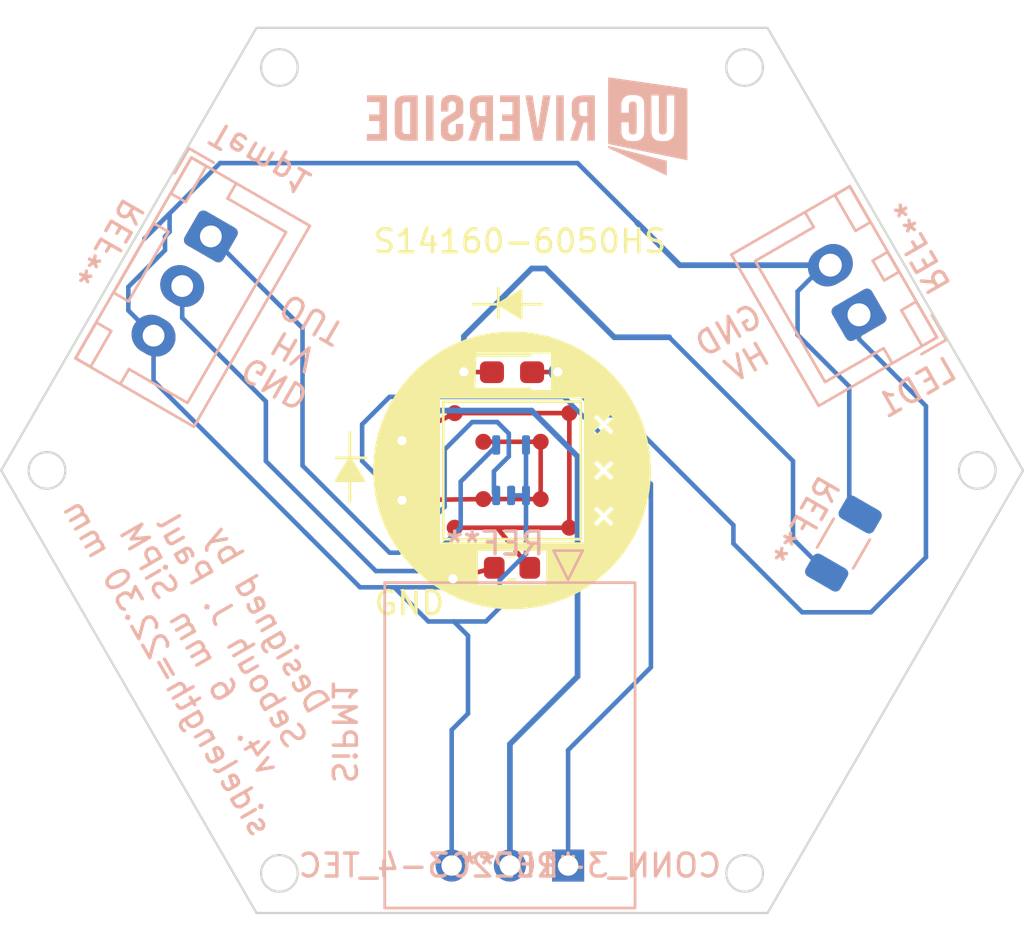
<source format=kicad_pcb>
(kicad_pcb (version 20240108) (generator "pcbnew") (generator_version "8.0")
  (layers (0 "F.Cu" signal) (31 "B.Cu" signal) (34 "B.Paste" user) (35 "F.Paste" user) (36 "B.SilkS" user "B.Silkscreen") (37 "F.SilkS" user "F.Silkscreen") (38 "B.Mask" user) (39 "F.Mask" user) (44 "Edge.Cuts" user))
  (net 0 "")
  (footprint "SiPM:S14160-6050HS_dimple_silkscreen_with_LED_and_capacitor" (layer "F.Cu") (at 103.74 58.01)
    (property "Reference" "REF**" (hide yes))
    (property "Value" "S14160-6050HS" (hide yes))
    (fp_line (start -4.8 -1.3) (end -2.5 -2.5) (stroke (width 0.2)) (layer "F.Cu"))
    (fp_line (start -2.5 -2.5) (end 2.5 -2.5) (stroke (width 0.2)) (layer "F.Cu"))
    (fp_line (start -2.5 2.5) (end 2.5 2.5) (stroke (width 0.2)) (layer "F.Cu"))
    (fp_line (start -2.1 -4.3) (end -0.875 -4.285) (stroke (width 0.2)) (layer "F.Cu"))
    (fp_line (start -1.25 -1.25) (end 1.25 -1.25) (stroke (width 0.2)) (layer "F.Cu"))
    (fp_line (start -1.25 1.25) (end -4.8 1.3) (stroke (width 0.2)) (layer "F.Cu"))
    (fp_line (start -0.775 4.25) (end -2.575 4.725) (stroke (width 0.2)) (layer "F.Cu"))
    (fp_line (start -0.65 2.5) (end 0.775 4.25) (stroke (width 0.2)) (layer "F.Cu"))
    (fp_line (start 0.875 -4.285) (end 2 -4.3) (stroke (width 0.2)) (layer "F.Cu"))
    (fp_line (start 1.25 -1.25) (end 1.25 1.25) (stroke (width 0.2)) (layer "F.Cu"))
    (fp_line (start 1.25 1.25) (end -1.25 1.25) (stroke (width 0.2)) (layer "F.Cu"))
    (fp_line (start 2.5 -2.5) (end 2.5 2.5) (stroke (width 0.2)) (layer "F.Cu"))
    (fp_line (start 2.5 2.5) (end 2.5 -2.5) (stroke (width 0.2)) (layer "F.Cu"))
    (fp_text user "GND" (at -6.1 6.375 0) (layer "F.SilkS") (effects (justify left bottom)))
    (pad "1" smd circle (at -2.5 2.5) (size 0.7 0.7) (layers "F.Cu" "F.Paste" "F.Mask"))
    (pad "1" smd circle (at -1.25 1.25) (size 0.7 0.7) (layers "F.Cu" "F.Paste" "F.Mask"))
    (pad "1" smd roundrect (at -0.875 -4.285) (size 1.05 0.95) (layers "F.Cu" "F.Paste" "F.Mask"))
    (pad "1" smd roundrect (at -0.775 4.25) (size 0.9 0.95) (layers "F.Cu" "F.Paste" "F.Mask"))
    (pad "2" smd roundrect (at 0.775 4.25) (size 0.9 0.95) (layers "F.Cu" "F.Paste" "F.Mask"))
    (pad "2" smd roundrect (at 0.875 -4.285) (size 1.05 0.95) (layers "F.Cu" "F.Paste" "F.Mask"))
    (pad "2" smd circle (at 1.25 1.25) (size 0.7 0.7) (layers "F.Cu" "F.Paste" "F.Mask"))
    (pad "2" smd circle (at 2.5 2.5) (size 0.7 0.7) (layers "F.Cu" "F.Paste" "F.Mask"))
    (pad "3" smd circle (at -2.5 -2.5) (size 0.7 0.7) (layers "F.Cu" "F.Paste" "F.Mask"))
    (pad "3" smd circle (at -1.25 -1.25) (size 0.7 0.7) (layers "F.Cu" "F.Paste" "F.Mask"))
    (pad "4" smd circle (at 1.25 -1.25) (size 0.7 0.7) (layers "F.Cu" "F.Paste" "F.Mask"))
    (pad "4" smd circle (at 2.5 -2.5) (size 0.7 0.7) (layers "F.Cu" "F.Paste" "F.Mask"))
    (pad "5" thru_hole circle (at -2.1 -4.3) (size 0.8 0.8) (drill 0.4) (layers "*.Cu"))
    (pad "6" thru_hole circle (at 2 -4.3) (size 0.8 0.8) (drill 0.4) (layers "*.Cu"))
    (pad "7" thru_hole circle (at -4.8 -1.3) (size 0.8 0.8) (drill 0.4) (layers "*.Cu"))
    (pad "8" thru_hole circle (at -4.8 1.3) (size 0.8 0.8) (drill 0.4) (layers "*.Cu"))
    (pad "9" thru_hole circle (at -2.575 4.725) (size 0.8 0.8) (drill 0.4) (layers "*.Cu"))
  )
  (footprint "Sensor:LM94021QBIMG-NOPB" (layer "B.Cu") (at 103.7 58 180)
    (property "Reference" "REF**" (at 0.7 -3.2 0) (layer "B.SilkS") (effects (justify mirror)))
    (property "Value" "LM94021QBIMG-NOPB")
    (pad "1" smd roundrect (at -0.65 -1.1 180) (size 0.35 0.85) (layers "B.Cu" "B.Paste" "B.Mask"))
    (pad "2" smd roundrect (at 0 -1.1 180) (size 0.35 0.85) (layers "B.Cu" "B.Paste" "B.Mask"))
    (pad "3" smd roundrect (at 0.65 -1.1 180) (size 0.35 0.85) (layers "B.Cu" "B.Paste" "B.Mask"))
    (pad "4" smd roundrect (at 0.65 1.1 180) (size 0.35 0.85) (layers "B.Cu" "B.Paste" "B.Mask"))
    (pad "5" smd roundrect (at -0.65 1.1 180) (size 0.35 0.85) (layers "B.Cu" "B.Paste" "B.Mask"))
  )
  (footprint "Connector_JST:JST_XH_B3B-XH-A_1x03_P2.50mm_Vertical" (layer "B.Cu") (at 90.6 47.8 -120)
    (property "Reference" "REF**" (at 2.5 3.55 60) (layer "B.SilkS") (effects (justify mirror)))
    (property "Value" "JST_XH_B3B-XH-A_1x03_P2.50mm_Vertical")
    (pad "1" thru_hole roundrect (at 0 0 240) (size 1.7 1.95) (drill 0.95) (layers "*.Cu" "*.Mask") (roundrect_rratio 0.1470588235))
    (pad "2" thru_hole oval (at 2.5 0 240) (size 1.7 1.95) (drill 0.95) (layers "*.Cu" "*.Mask"))
    (pad "3" thru_hole oval (at 5 0 240) (size 1.7 1.95) (drill 0.95) (layers "*.Cu" "*.Mask"))
  )
  (footprint "AMPMODU:3-102203-4" (layer "B.Cu") (at 106.1875 75.2501 180)
    (property "Reference" "REF**" (at 2.54 0 0) (layer "B.SilkS") (effects (justify mirror)))
    (property "Value" "CONN_3-102203-4_TEC" (at 2.54 0 0) (layer "B.SilkS") (effects (justify mirror)))
    (fp_text user "*" (at 0 0 0) (layer "B.SilkS") (effects (justify mirror)))
    (pad "1" thru_hole rect (at 0 0 180) (size 1.397 1.397) (drill 0.889) (layers "*.Cu" "*.Mask"))
    (pad "2" thru_hole circle (at 2.54 0 180) (size 1.397 1.397) (drill 0.889) (layers "*.Cu" "*.Mask"))
    (pad "3" thru_hole circle (at 5.08 0 180) (size 1.397 1.397) (drill 0.889) (layers "*.Cu" "*.Mask"))
  )
  (footprint "Resistor_SMD:R_1206_3216Metric" (layer "B.Cu") (at 118.2 61.2 -120)
    (property "Reference" "REF**" (at 0 1.82 60) (layer "B.SilkS") (effects (justify mirror)))
    (property "Value" "R_1206_3216Metric")
    (pad "1" smd roundrect (at -1.4625 0 240) (size 1.125 1.75) (layers "B.Cu" "B.Paste" "B.Mask") (roundrect_rratio 0.222222))
    (pad "2" smd roundrect (at 1.4625 0 240) (size 1.125 1.75) (layers "B.Cu" "B.Paste" "B.Mask") (roundrect_rratio 0.222222))
  )
  (footprint "Connector_JST:JST_XH_B2B-XH-A_1x02_P2.50mm_Vertical" (layer "B.Cu") (at 118.879664 51.220032 120)
    (property "Reference" "REF**" (at 1.25 3.55 120) (layer "B.SilkS") (effects (justify mirror)))
    (property "Value" "JST_XH_B2B-XH-A_1x02_P2.50mm_Vertical")
    (pad "1" thru_hole roundrect (at 0 0 120) (size 1.7 2) (drill 1) (layers "*.Cu" "*.Mask") (roundrect_rratio 0.1470588235))
    (pad "2" thru_hole oval (at 2.5 0 120) (size 1.7 2) (drill 1) (layers "*.Cu" "*.Mask"))
  )
  (footprint "Symbol:UCR_logo_1.4cm" (layer "B.Cu") (at 104.4 43 180)
    (property "Reference" "G***" (hide yes))
    (property "Value" "LOGO" (hide yes))
  )
  (gr_circle (center 93.59 75.59) (end 94.39 75.59) (stroke (width 0.1)) (fill none) (layer "Edge.Cuts"))
  (gr_circle (center 83.45 58.01) (end 84.25 58.01) (stroke (width 0.1)) (fill none) (layer "Edge.Cuts"))
  (gr_line (start 92.59 38.7) (end 81.45 58.01) (stroke (width 0.1)) (layer "Edge.Cuts"))
  (gr_circle (center 113.89 75.59) (end 114.69 75.59) (stroke (width 0.1)) (fill none) (layer "Edge.Cuts"))
  (gr_line (start 114.89 38.7) (end 92.59 38.7) (stroke (width 0.1)) (layer "Edge.Cuts"))
  (gr_line (start 92.59 77.32) (end 114.89 77.32) (stroke (width 0.1)) (layer "Edge.Cuts"))
  (gr_line (start 81.45 58.01) (end 92.59 77.32) (stroke (width 0.1)) (layer "Edge.Cuts"))
  (gr_line (start 126.04 58.01) (end 114.89 77.32) (stroke (width 0.1)) (layer "Edge.Cuts"))
  (gr_circle (center 124.04 58.01) (end 124.84 58.01) (stroke (width 0.1)) (fill none) (layer "Edge.Cuts"))
  (gr_circle (center 113.89 40.43) (end 114.69 40.43) (stroke (width 0.1)) (fill none) (layer "Edge.Cuts"))
  (gr_circle (center 93.59 40.43) (end 94.39 40.43) (stroke (width 0.1)) (fill none) (layer "Edge.Cuts"))
  (gr_line (start 126.04 58.01) (end 114.89 38.7) (stroke (width 0.1)) (layer "Edge.Cuts"))
  (gr_text "Designed by \nSebouh J. Paul\nv4.  6 mm SiPM\nsidelength=22.30 mm" (at 90.8 65.4 300) (layer "B.SilkS") (effects (font (size 1 1)) (justify mirror)))
  (gr_text "LED1" (at 121.4 54.4 30) (layer "B.SilkS") (effects (font (size 1 1)) (justify mirror)))
  (gr_text "GND\nHV\nOUT" (at 94.2 52.8 150) (layer "B.SilkS") (effects (font (size 1 1)) (justify mirror)))
  (gr_text "SiPM1" (at 96.4 69.4 -90) (layer "B.SilkS") (effects (font (size 1 1)) (justify mirror)))
  (gr_text "GND\nHV" (at 113.6 52.6 30) (layer "B.SilkS") (effects (font (size 1 1)) (justify mirror)))
  (gr_text "Temp1" (at 92.8 44.4 150) (layer "B.SilkS") (effects (font (size 1 1)) (justify mirror)))
  (gr_text "S14160-6050HS" (at 97.6 48.6 0) (layer "F.SilkS") (effects (font (size 1 1)) (justify left bottom)))
  (segment (start 100.79 63.11) (end 98.6 63.11) (width 0.2) (layer "B.Cu") (net 0))
  (segment (start 118.455 59.457188) (end 118.455 54.345) (width 0.2) (layer "B.Cu") (net 0))
  (segment (start 93 57.6) (end 93 55) (width 0.2) (layer "B.Cu") (net 0))
  (segment (start 104.35 61.65) (end 103.2 62.8) (width 0.2) (layer "B.Cu") (net 0))
  (segment (start 101.82 65.22) (end 101.82 68.62) (width 0.2) (layer "B.Cu") (net 0))
  (segment (start 88.1 54.1) (end 88.1 52.130127) (width 0.2) (layer "B.Cu") (net 0))
  (segment (start 94.7 60.7) (end 88.1 54.1) (width 0.2) (layer "B.Cu") (net 0))
  (segment (start 102.95 58.05) (end 103.6 57.4) (width 0.2) (layer "B.Cu") (net 0))
  (segment (start 87 51.030127) (end 87 50) (width 0.2) (layer "B.Cu") (net 0))
  (segment (start 101.1075 69.3325) (end 101.82 68.62) (width 0.2) (layer "B.Cu") (net 0))
  (segment (start 116.2 52.09) (end 116.2 50.2) (width 0.2) (layer "B.Cu") (net 0))
  (segment (start 100.25 55.4) (end 104.6 55.4) (width 0.25) (layer "B.Cu") (net 0))
  (segment (start 98.94 56.71) (end 100.25 55.4) (width 0.25) (layer "B.Cu") (net 0))
  (segment (start 100.09 64.6) (end 101.2 64.6) (width 0.2) (layer "B.Cu") (net 0))
  (segment (start 94.6 57.8) (end 94.6 51.8) (width 0.2) (layer "B.Cu") (net 0))
  (segment (start 103.6 56.4) (end 103.1 55.9) (width 0.2) (layer "B.Cu") (net 0))
  (segment (start 97.2 56) (end 97.2 57.6) (width 0.2) (layer "B.Cu") (net 0))
  (segment (start 104.35 59.1) (end 104.35 61.65) (width 0.2) (layer "B.Cu") (net 0))
  (segment (start 111.545032 49.054968) (end 111.054968 49.054968) (width 0.25) (layer "B.Cu") (net 0))
  (segment (start 90.05338 47.25338) (end 89.927611 47.25338) (width 0.2) (layer "B.Cu") (net 0))
  (segment (start 97.11 63.11) (end 94.7 60.7) (width 0.2) (layer "B.Cu") (net 0))
  (segment (start 87 50) (end 88.6 48.4) (width 0.2) (layer "B.Cu") (net 0))
  (segment (start 103.6 57.4) (end 103.6 56.4) (width 0.2) (layer "B.Cu") (net 0))
  (segment (start 102.6 64.6) (end 103.2 64) (width 0.2) (layer "B.Cu") (net 0))
  (segment (start 106 54.8) (end 98.4 54.8) (width 0.2) (layer "B.Cu") (net 0))
  (segment (start 111.545032 49.054968) (end 117.629664 49.054968) (width 0.25) (layer "B.Cu") (net 0))
  (segment (start 101.2 64.6) (end 101.82 65.22) (width 0.2) (layer "B.Cu") (net 0))
  (segment (start 89.35 51.35) (end 89.35 49.965064) (width 0.2) (layer "B.Cu") (net 0))
  (segment (start 110.6 52.2) (end 116 57.6) (width 0.2) (layer "B.Cu") (net 0))
  (segment (start 99.6 62.4) (end 97.8 62.4) (width 0.2) (layer "B.Cu") (net 0))
  (segment (start 113.4 61.2) (end 116.4 64.2) (width 0.2) (layer "B.Cu") (net 0))
  (segment (start 103.6475 69.9525) (end 103.6475 75.2501) (width 0.25) (layer "B.Cu") (net 0))
  (segment (start 94.6 51.8) (end 90.05338 47.25338) (width 0.2) (layer "B.Cu") (net 0))
  (segment (start 103.7 59.1) (end 104.35 59.1) (width 0.2) (layer "B.Cu") (net 0))
  (segment (start 101.64 52.16) (end 104.6 49.2) (width 0.25) (layer "B.Cu") (net 0))
  (segment (start 116.4 64.2) (end 119.4 64.2) (width 0.2) (layer "B.Cu") (net 0))
  (segment (start 95 61) (end 94.7 60.7) (width 0.2) (layer "B.Cu") (net 0))
  (segment (start 111.054968 49.054968) (end 109.2 47.2) (width 0.25) (layer "B.Cu") (net 0))
  (segment (start 100.8 57.1) (end 100.8 59.6) (width 0.2) (layer "B.Cu") (net 0))
  (segment (start 88.8 47.6) (end 88.8 46.8) (width 0.2) (layer "B.Cu") (net 0))
  (segment (start 106.6 57.4) (end 106.6 67) (width 0.25) (layer "B.Cu") (net 0))
  (segment (start 109.8 58.6) (end 106 54.8) (width 0.2) (layer "B.Cu") (net 0))
  (segment (start 113.4 60.4) (end 113.4 61.2) (width 0.2) (layer "B.Cu") (net 0))
  (segment (start 108.6 55.6) (end 113.4 60.4) (width 0.2) (layer "B.Cu") (net 0))
  (segment (start 91 44.6) (end 106.6 44.6) (width 0.2) (layer "B.Cu") (net 0))
  (segment (start 98.4 54.8) (end 97.2 56) (width 0.2) (layer "B.Cu") (net 0))
  (segment (start 105.74 53.71) (end 107.63 55.6) (width 0.2) (layer "B.Cu") (net 0))
  (segment (start 88.83802 49.453084) (end 89.35 49.965064) (width 0.2) (layer "B.Cu") (net 0))
  (segment (start 116 60.997812) (end 117.46875 62.466562) (width 0.2) (layer "B.Cu") (net 0))
  (segment (start 103.1 55.9) (end 102 55.9) (width 0.2) (layer "B.Cu") (net 0))
  (segment (start 97.8 62.4) (end 93 57.6) (width 0.2) (layer "B.Cu") (net 0))
  (segment (start 118.879664 52.279664) (end 118.879664 51.220032) (width 0.2) (layer "B.Cu") (net 0))
  (segment (start 117.345032 49.054968) (end 117.629664 49.054968) (width 0.2) (layer "B.Cu") (net 0))
  (segment (start 93 55) (end 89.35 51.35) (width 0.2) (layer "B.Cu") (net 0))
  (segment (start 106.1875 70.2125) (end 109.8 66.6) (width 0.2) (layer "B.Cu") (net 0))
  (segment (start 106.6 67) (end 103.6475 69.9525) (width 0.25) (layer "B.Cu") (net 0))
  (segment (start 104.35 59.1) (end 104.35 56.9) (width 0.2) (layer "B.Cu") (net 0))
  (segment (start 88.6 48.4) (end 88.6 47.8) (width 0.2) (layer "B.Cu") (net 0))
  (segment (start 103.05 56.9) (end 103.05 56.95) (width 0.2) (layer "B.Cu") (net 0))
  (segment (start 116.2 50.2) (end 117.345032 49.054968) (width 0.2) (layer "B.Cu") (net 0))
  (segment (start 101.1075 75.2501) (end 101.1075 69.3325) (width 0.2) (layer "B.Cu") (net 0))
  (segment (start 106.1875 75.2501) (end 106.1875 70.2125) (width 0.2) (layer "B.Cu") (net 0))
  (segment (start 88.8 46.8) (end 87.7 47.9) (width 0.2) (layer "B.Cu") (net 0))
  (segment (start 105.2 49.2) (end 108.2 52.2) (width 0.25) (layer "B.Cu") (net 0))
  (segment (start 101.5 58.5) (end 101.5 60.5) (width 0.2) (layer "B.Cu") (net 0))
  (segment (start 101.2 64.6) (end 102.6 64.6) (width 0.2) (layer "B.Cu") (net 0))
  (segment (start 104.6 49.2) (end 105.2 49.2) (width 0.25) (layer "B.Cu") (net 0))
  (segment (start 102 55.9) (end 100.8 57.1) (width 0.2) (layer "B.Cu") (net 0))
  (segment (start 104.6 55.4) (end 106.6 57.4) (width 0.25) (layer "B.Cu") (net 0))
  (segment (start 98.23 58.6) (end 98.2 58.6) (width 0.2) (layer "B.Cu") (net 0))
  (segment (start 118.455 54.345) (end 116.2 52.09) (width 0.2) (layer "B.Cu") (net 0))
  (segment (start 88.1 52.130127) (end 87 51.030127) (width 0.2) (layer "B.Cu") (net 0))
  (segment (start 98.6 63.11) (end 97.11 63.11) (width 0.2) (layer "B.Cu") (net 0))
  (segment (start 121.8 61.8) (end 121.8 55.2) (width 0.2) (layer "B.Cu") (net 0))
  (segment (start 101.5 60.5) (end 99.6 62.4) (width 0.2) (layer "B.Cu") (net 0))
  (segment (start 103.2 62.8) (end 103.2 64) (width 0.2) (layer "B.Cu") (net 0))
  (segment (start 98.8 61.6) (end 98.4 61.6) (width 0.2) (layer "B.Cu") (net 0))
  (segment (start 98.2 58.6) (end 97.2 57.6) (width 0.2) (layer "B.Cu") (net 0))
  (segment (start 103.05 56.95) (end 101.5 58.5) (width 0.2) (layer "B.Cu") (net 0))
  (segment (start 101.64 53.71) (end 101.64 52.16) (width 0.25) (layer "B.Cu") (net 0))
  (segment (start 116 57.6) (end 116 60.997812) (width 0.2) (layer "B.Cu") (net 0))
  (segment (start 108.2 52.2) (end 110.6 52.2) (width 0.25) (layer "B.Cu") (net 0))
  (segment (start 118.93125 59.933438) (end 118.455 59.457188) (width 0.2) (layer "B.Cu") (net 0))
  (segment (start 88.6 47.8) (end 88.8 47.6) (width 0.2) (layer "B.Cu") (net 0))
  (segment (start 102.95 59) (end 102.95 58.05) (width 0.2) (layer "B.Cu") (net 0))
  (segment (start 109.8 66.6) (end 109.8 58.6) (width 0.2) (layer "B.Cu") (net 0))
  (segment (start 98.6 63.11) (end 100.09 64.6) (width 0.2) (layer "B.Cu") (net 0))
  (segment (start 121.8 55.2) (end 118.879664 52.279664) (width 0.2) (layer "B.Cu") (net 0))
  (segment (start 107.63 55.6) (end 108.6 55.6) (width 0.2) (layer "B.Cu") (net 0))
  (segment (start 119.4 64.2) (end 121.8 61.8) (width 0.2) (layer "B.Cu") (net 0))
  (segment (start 98.23 58.6) (end 98.94 59.31) (width 0.2) (layer "B.Cu") (net 0))
  (segment (start 118.455 51.644696) (end 118.879664 51.220032) (width 0.2) (layer "B.Cu") (net 0))
  (segment (start 100.8 59.6) (end 98.8 61.6) (width 0.2) (layer "B.Cu") (net 0))
  (segment (start 88.657611 49.453084) (end 88.83802 49.453084) (width 0.2) (layer "B.Cu") (net 0))
  (segment (start 106.6 44.6) (end 109.2 47.2) (width 0.2) (layer "B.Cu") (net 0))
  (segment (start 98.4 61.6) (end 94.6 57.8) (width 0.2) (layer "B.Cu") (net 0))
  (segment (start 87.7 47.9) (end 91 44.6) (width 0.2) (layer "B.Cu") (net 0))
  (segment (start 101.165 62.735) (end 100.79 63.11) (width 0.2) (layer "B.Cu") (net 0))
)
</source>
